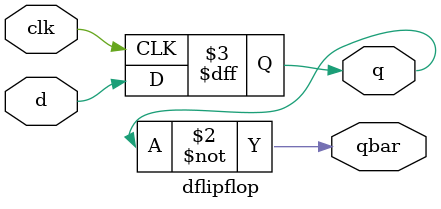
<source format=v>
module dflipflop(d, clk, q, qbar);
input d, clk;
output reg q;
output qbar;

always @(posedge clk)
begin
  q = d;       
 end

assign qbar = ~q;
endmodule

</source>
